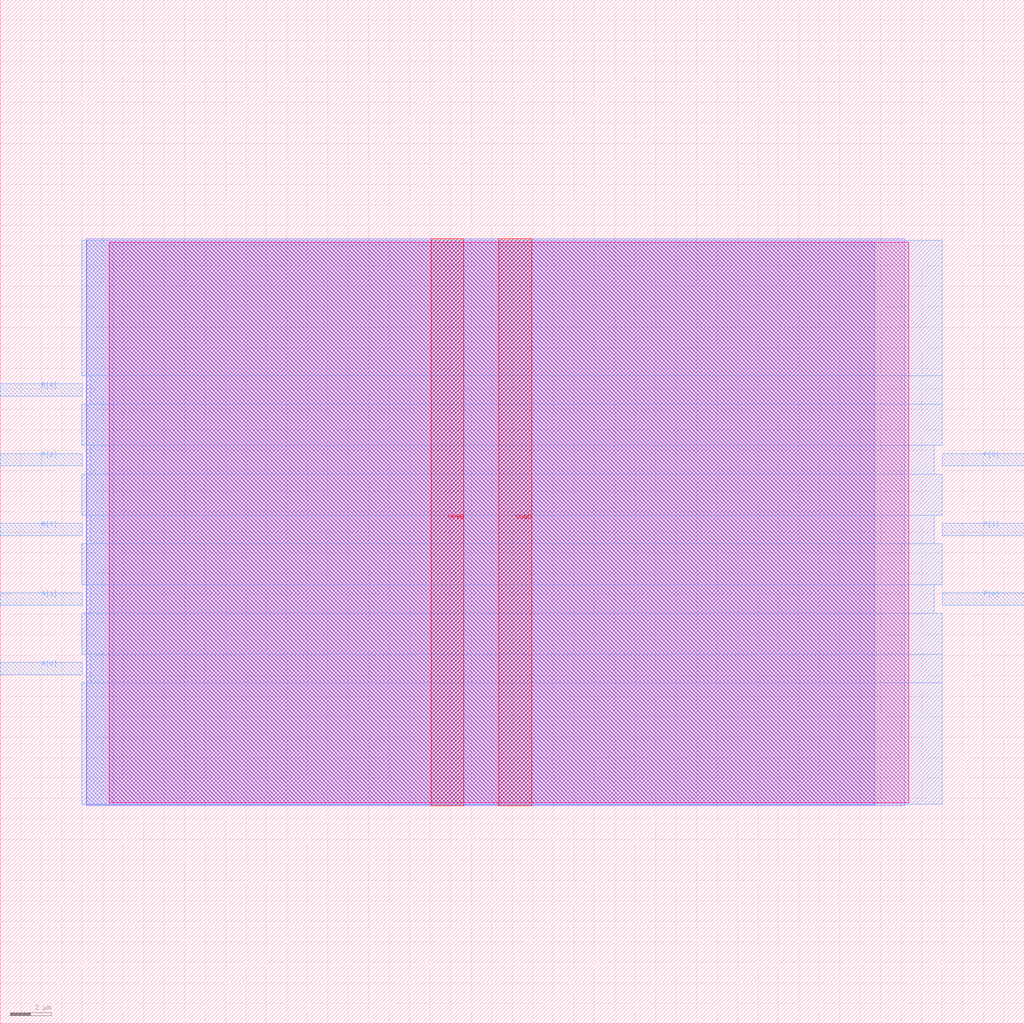
<source format=lef>
VERSION 5.7 ;
  NOWIREEXTENSIONATPIN ON ;
  DIVIDERCHAR "/" ;
  BUSBITCHARS "[]" ;
MACRO SARSA_WInd_e8
  CLASS BLOCK ;
  FOREIGN SARSA_WInd_e8 ;
  ORIGIN 0.000 0.000 ;
  SIZE 50.000 BY 50.000 ;
  PIN A[0]
    DIRECTION INPUT ;
    USE SIGNAL ;
    ANTENNAGATEAREA 0.196500 ;
    PORT
      LAYER met3 ;
        RECT 0.000 17.040 4.000 17.640 ;
    END
  END A[0]
  PIN A[1]
    DIRECTION INPUT ;
    USE SIGNAL ;
    ANTENNAGATEAREA 0.196500 ;
    PORT
      LAYER met3 ;
        RECT 0.000 20.440 4.000 21.040 ;
    END
  END A[1]
  PIN B[0]
    DIRECTION INPUT ;
    USE SIGNAL ;
    ANTENNAGATEAREA 0.196500 ;
    PORT
      LAYER met3 ;
        RECT 0.000 30.640 4.000 31.240 ;
    END
  END B[0]
  PIN B[1]
    DIRECTION INPUT ;
    USE SIGNAL ;
    ANTENNAGATEAREA 0.196500 ;
    PORT
      LAYER met3 ;
        RECT 0.000 23.840 4.000 24.440 ;
    END
  END B[1]
  PIN P[0]
    DIRECTION OUTPUT ;
    USE SIGNAL ;
    ANTENNADIFFAREA 0.445500 ;
    PORT
      LAYER met3 ;
        RECT 46.000 20.440 50.000 21.040 ;
    END
  END P[0]
  PIN P[1]
    DIRECTION OUTPUT ;
    USE SIGNAL ;
    ANTENNADIFFAREA 0.445500 ;
    PORT
      LAYER met3 ;
        RECT 46.000 23.840 50.000 24.440 ;
    END
  END P[1]
  PIN P[2]
    DIRECTION OUTPUT ;
    USE SIGNAL ;
    ANTENNADIFFAREA 0.445500 ;
    PORT
      LAYER met3 ;
        RECT 0.000 27.240 4.000 27.840 ;
    END
  END P[2]
  PIN P[3]
    DIRECTION OUTPUT ;
    USE SIGNAL ;
    PORT
      LAYER met3 ;
        RECT 46.000 27.240 50.000 27.840 ;
    END
  END P[3]
  PIN VGND
    DIRECTION INOUT ;
    USE GROUND ;
    PORT
      LAYER met4 ;
        RECT 24.340 10.640 25.940 38.320 ;
    END
  END VGND
  PIN VPWR
    DIRECTION INOUT ;
    USE POWER ;
    PORT
      LAYER met4 ;
        RECT 21.040 10.640 22.640 38.320 ;
    END
  END VPWR
  OBS
      LAYER nwell ;
        RECT 5.330 10.795 44.350 38.165 ;
      LAYER li1 ;
        RECT 5.520 10.795 44.160 38.165 ;
      LAYER met1 ;
        RECT 4.210 10.640 44.160 38.320 ;
      LAYER met2 ;
        RECT 4.230 10.695 42.690 38.265 ;
      LAYER met3 ;
        RECT 3.990 31.640 46.000 38.245 ;
        RECT 4.400 30.240 46.000 31.640 ;
        RECT 3.990 28.240 46.000 30.240 ;
        RECT 4.400 26.840 45.600 28.240 ;
        RECT 3.990 24.840 46.000 26.840 ;
        RECT 4.400 23.440 45.600 24.840 ;
        RECT 3.990 21.440 46.000 23.440 ;
        RECT 4.400 20.040 45.600 21.440 ;
        RECT 3.990 18.040 46.000 20.040 ;
        RECT 4.400 16.640 46.000 18.040 ;
        RECT 3.990 10.715 46.000 16.640 ;
  END
END SARSA_WInd_e8
END LIBRARY


</source>
